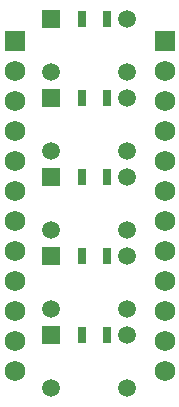
<source format=gbs>
%FSLAX33Y33*%
%MOMM*%
%AMRect-W670710-H1320710-RO1.000*
21,1,0.67071,1.32071,0.,0.,180*%
%ADD10Rect-W670710-H1320710-RO1.000*%
%ADD11R,1.5X1.5*%
%ADD12C,1.5*%
%ADD13R,1.75X1.75*%
%ADD14C,1.75*%
D10*
%LNbottom solder mask_traces*%
%LNbottom solder mask component 1fd03bca117f9aec*%
G01*
X11500Y32661D03*
X9400Y32661D03*
%LNbottom solder mask component b5b981657f2f8731*%
D11*
X6750Y12550D03*
D12*
X6750Y8050D03*
X13250Y8050D03*
X13250Y12550D03*
%LNbottom solder mask component fb49618feed99df2*%
D11*
X6750Y32660D03*
D12*
X6750Y28160D03*
X13250Y28160D03*
X13250Y32660D03*
%LNbottom solder mask component 37417e4259248a20*%
D13*
X16400Y30750D03*
D14*
X16400Y28210D03*
X16400Y25670D03*
X16400Y23130D03*
X16400Y20590D03*
X16400Y18050D03*
X16400Y15510D03*
X16400Y12970D03*
X16400Y10430D03*
X16400Y7890D03*
X16400Y5350D03*
X16400Y2810D03*
%LNbottom solder mask component 48f42d382d4c7276*%
D10*
X11500Y5861D03*
X9400Y5861D03*
%LNbottom solder mask component e1d5e43d5734db6b*%
D13*
X3700Y30750D03*
D14*
X3700Y28210D03*
X3700Y25670D03*
X3700Y23130D03*
X3700Y20590D03*
X3700Y18050D03*
X3700Y15510D03*
X3700Y12970D03*
X3700Y10430D03*
X3700Y7890D03*
X3700Y5350D03*
X3700Y2810D03*
%LNbottom solder mask component 145f1bd0c0621054*%
D10*
X11500Y25936D03*
X9400Y25936D03*
%LNbottom solder mask component 5d6e294dc6e30267*%
X11500Y12561D03*
X9400Y12561D03*
%LNbottom solder mask component 144fe9a21d20c8f6*%
D11*
X6750Y19250D03*
D12*
X6750Y14750D03*
X13250Y14750D03*
X13250Y19250D03*
%LNbottom solder mask component 23d714dbf6837599*%
D10*
X11500Y19261D03*
X9400Y19261D03*
%LNbottom solder mask component 71733dfa736b678a*%
D11*
X6750Y5850D03*
D12*
X6750Y1350D03*
X13250Y1350D03*
X13250Y5850D03*
%LNbottom solder mask component 6d5c9a98175d7d20*%
D11*
X6750Y25950D03*
D12*
X6750Y21450D03*
X13250Y21450D03*
X13250Y25950D03*
M02*
</source>
